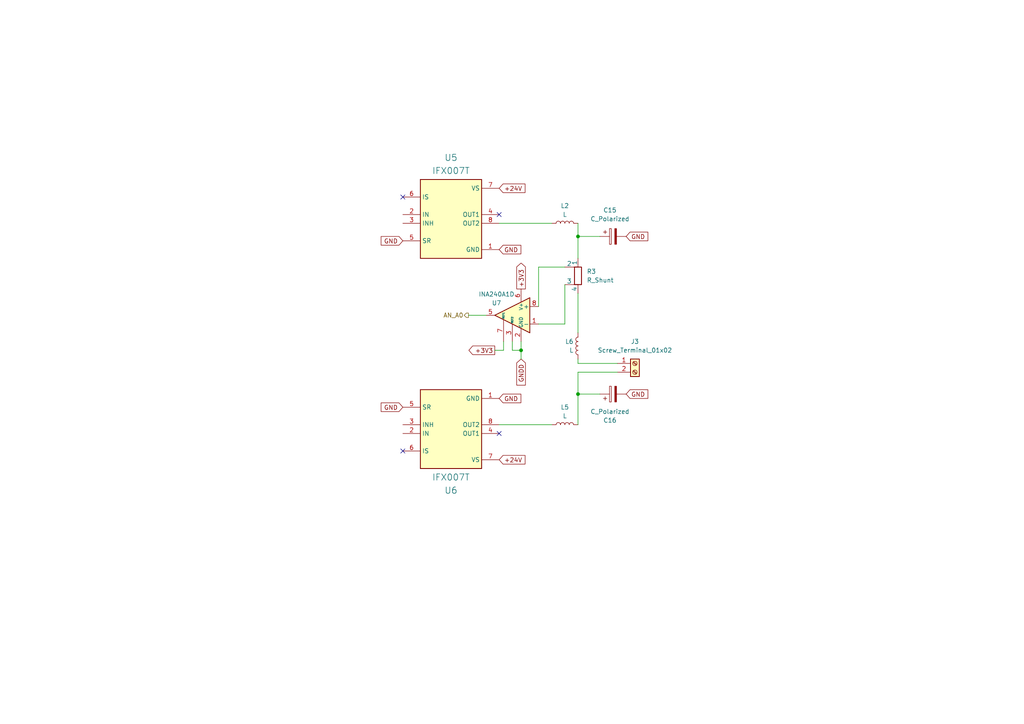
<source format=kicad_sch>
(kicad_sch
	(version 20250114)
	(generator "eeschema")
	(generator_version "9.0")
	(uuid "ec9f383a-2ea8-4ec4-993f-2d7e1568bba3")
	(paper "A4")
	(lib_symbols
		(symbol "Amplifier_Current:INA240A1D"
			(pin_names
				(offset 0.127)
			)
			(exclude_from_sim no)
			(in_bom yes)
			(on_board yes)
			(property "Reference" "U"
				(at 3.81 3.81 0)
				(effects
					(font
						(size 1.27 1.27)
					)
					(justify left)
				)
			)
			(property "Value" "INA240A1D"
				(at 3.81 -2.54 0)
				(effects
					(font
						(size 1.27 1.27)
					)
					(justify left)
				)
			)
			(property "Footprint" "Package_SO:SOIC-8_3.9x4.9mm_P1.27mm"
				(at 0 -16.51 0)
				(effects
					(font
						(size 1.27 1.27)
					)
					(hide yes)
				)
			)
			(property "Datasheet" "http://www.ti.com/lit/ds/symlink/ina240.pdf"
				(at 3.81 3.81 0)
				(effects
					(font
						(size 1.27 1.27)
					)
					(hide yes)
				)
			)
			(property "Description" "High- and Low-Side, Bidirectional, Zero-Drift, Current-Sense Amplifier With Enhanced PWM Rejection, 20V/V, SOIC-8"
				(at 0 0 0)
				(effects
					(font
						(size 1.27 1.27)
					)
					(hide yes)
				)
			)
			(property "ki_keywords" "current monitor shunt sensor bidirectional high low"
				(at 0 0 0)
				(effects
					(font
						(size 1.27 1.27)
					)
					(hide yes)
				)
			)
			(property "ki_fp_filters" "SOIC*3.9x4.9mm*P1.27mm*"
				(at 0 0 0)
				(effects
					(font
						(size 1.27 1.27)
					)
					(hide yes)
				)
			)
			(symbol "INA240A1D_0_1"
				(polyline
					(pts
						(xy 5.08 0) (xy -5.08 5.08) (xy -5.08 -5.08) (xy 5.08 0)
					)
					(stroke
						(width 0.254)
						(type default)
					)
					(fill
						(type background)
					)
				)
			)
			(symbol "INA240A1D_1_1"
				(pin input line
					(at -7.62 2.54 0)
					(length 2.54)
					(name "+"
						(effects
							(font
								(size 1.27 1.27)
							)
						)
					)
					(number "8"
						(effects
							(font
								(size 1.27 1.27)
							)
						)
					)
				)
				(pin input line
					(at -7.62 -2.54 0)
					(length 2.54)
					(name "-"
						(effects
							(font
								(size 1.27 1.27)
							)
						)
					)
					(number "1"
						(effects
							(font
								(size 1.27 1.27)
							)
						)
					)
				)
				(pin power_in line
					(at -2.54 7.62 270)
					(length 3.81)
					(name "V+"
						(effects
							(font
								(size 1.016 1.016)
							)
						)
					)
					(number "6"
						(effects
							(font
								(size 1.27 1.27)
							)
						)
					)
				)
				(pin power_in line
					(at -2.54 -7.62 90)
					(length 3.81)
					(name "GND"
						(effects
							(font
								(size 1.016 1.016)
							)
						)
					)
					(number "2"
						(effects
							(font
								(size 1.27 1.27)
							)
						)
					)
				)
				(pin passive line
					(at -2.54 -7.62 90)
					(length 3.81)
					(hide yes)
					(name "GND"
						(effects
							(font
								(size 1.016 1.016)
							)
						)
					)
					(number "4"
						(effects
							(font
								(size 1.27 1.27)
							)
						)
					)
				)
				(pin passive line
					(at 0 -7.62 90)
					(length 5.08)
					(name "REF2"
						(effects
							(font
								(size 0.508 0.508)
							)
						)
					)
					(number "3"
						(effects
							(font
								(size 1.27 1.27)
							)
						)
					)
				)
				(pin passive line
					(at 2.54 -7.62 90)
					(length 6.35)
					(name "REF1"
						(effects
							(font
								(size 0.508 0.508)
							)
						)
					)
					(number "7"
						(effects
							(font
								(size 1.27 1.27)
							)
						)
					)
				)
				(pin output line
					(at 7.62 0 180)
					(length 2.54)
					(name "~"
						(effects
							(font
								(size 1.27 1.27)
							)
						)
					)
					(number "5"
						(effects
							(font
								(size 1.27 1.27)
							)
						)
					)
				)
			)
			(embedded_fonts no)
		)
		(symbol "Connector:Screw_Terminal_01x02"
			(pin_names
				(offset 1.016)
				(hide yes)
			)
			(exclude_from_sim no)
			(in_bom yes)
			(on_board yes)
			(property "Reference" "J"
				(at 0 2.54 0)
				(effects
					(font
						(size 1.27 1.27)
					)
				)
			)
			(property "Value" "Screw_Terminal_01x02"
				(at 0 -5.08 0)
				(effects
					(font
						(size 1.27 1.27)
					)
				)
			)
			(property "Footprint" ""
				(at 0 0 0)
				(effects
					(font
						(size 1.27 1.27)
					)
					(hide yes)
				)
			)
			(property "Datasheet" "~"
				(at 0 0 0)
				(effects
					(font
						(size 1.27 1.27)
					)
					(hide yes)
				)
			)
			(property "Description" "Generic screw terminal, single row, 01x02, script generated (kicad-library-utils/schlib/autogen/connector/)"
				(at 0 0 0)
				(effects
					(font
						(size 1.27 1.27)
					)
					(hide yes)
				)
			)
			(property "ki_keywords" "screw terminal"
				(at 0 0 0)
				(effects
					(font
						(size 1.27 1.27)
					)
					(hide yes)
				)
			)
			(property "ki_fp_filters" "TerminalBlock*:*"
				(at 0 0 0)
				(effects
					(font
						(size 1.27 1.27)
					)
					(hide yes)
				)
			)
			(symbol "Screw_Terminal_01x02_1_1"
				(rectangle
					(start -1.27 1.27)
					(end 1.27 -3.81)
					(stroke
						(width 0.254)
						(type default)
					)
					(fill
						(type background)
					)
				)
				(polyline
					(pts
						(xy -0.5334 0.3302) (xy 0.3302 -0.508)
					)
					(stroke
						(width 0.1524)
						(type default)
					)
					(fill
						(type none)
					)
				)
				(polyline
					(pts
						(xy -0.5334 -2.2098) (xy 0.3302 -3.048)
					)
					(stroke
						(width 0.1524)
						(type default)
					)
					(fill
						(type none)
					)
				)
				(polyline
					(pts
						(xy -0.3556 0.508) (xy 0.508 -0.3302)
					)
					(stroke
						(width 0.1524)
						(type default)
					)
					(fill
						(type none)
					)
				)
				(polyline
					(pts
						(xy -0.3556 -2.032) (xy 0.508 -2.8702)
					)
					(stroke
						(width 0.1524)
						(type default)
					)
					(fill
						(type none)
					)
				)
				(circle
					(center 0 0)
					(radius 0.635)
					(stroke
						(width 0.1524)
						(type default)
					)
					(fill
						(type none)
					)
				)
				(circle
					(center 0 -2.54)
					(radius 0.635)
					(stroke
						(width 0.1524)
						(type default)
					)
					(fill
						(type none)
					)
				)
				(pin passive line
					(at -5.08 0 0)
					(length 3.81)
					(name "Pin_1"
						(effects
							(font
								(size 1.27 1.27)
							)
						)
					)
					(number "1"
						(effects
							(font
								(size 1.27 1.27)
							)
						)
					)
				)
				(pin passive line
					(at -5.08 -2.54 0)
					(length 3.81)
					(name "Pin_2"
						(effects
							(font
								(size 1.27 1.27)
							)
						)
					)
					(number "2"
						(effects
							(font
								(size 1.27 1.27)
							)
						)
					)
				)
			)
			(embedded_fonts no)
		)
		(symbol "Device:C_Polarized"
			(pin_numbers
				(hide yes)
			)
			(pin_names
				(offset 0.254)
			)
			(exclude_from_sim no)
			(in_bom yes)
			(on_board yes)
			(property "Reference" "C"
				(at 0.635 2.54 0)
				(effects
					(font
						(size 1.27 1.27)
					)
					(justify left)
				)
			)
			(property "Value" "C_Polarized"
				(at 0.635 -2.54 0)
				(effects
					(font
						(size 1.27 1.27)
					)
					(justify left)
				)
			)
			(property "Footprint" ""
				(at 0.9652 -3.81 0)
				(effects
					(font
						(size 1.27 1.27)
					)
					(hide yes)
				)
			)
			(property "Datasheet" "~"
				(at 0 0 0)
				(effects
					(font
						(size 1.27 1.27)
					)
					(hide yes)
				)
			)
			(property "Description" "Polarized capacitor"
				(at 0 0 0)
				(effects
					(font
						(size 1.27 1.27)
					)
					(hide yes)
				)
			)
			(property "ki_keywords" "cap capacitor"
				(at 0 0 0)
				(effects
					(font
						(size 1.27 1.27)
					)
					(hide yes)
				)
			)
			(property "ki_fp_filters" "CP_*"
				(at 0 0 0)
				(effects
					(font
						(size 1.27 1.27)
					)
					(hide yes)
				)
			)
			(symbol "C_Polarized_0_1"
				(rectangle
					(start -2.286 0.508)
					(end 2.286 1.016)
					(stroke
						(width 0)
						(type default)
					)
					(fill
						(type none)
					)
				)
				(polyline
					(pts
						(xy -1.778 2.286) (xy -0.762 2.286)
					)
					(stroke
						(width 0)
						(type default)
					)
					(fill
						(type none)
					)
				)
				(polyline
					(pts
						(xy -1.27 2.794) (xy -1.27 1.778)
					)
					(stroke
						(width 0)
						(type default)
					)
					(fill
						(type none)
					)
				)
				(rectangle
					(start 2.286 -0.508)
					(end -2.286 -1.016)
					(stroke
						(width 0)
						(type default)
					)
					(fill
						(type outline)
					)
				)
			)
			(symbol "C_Polarized_1_1"
				(pin passive line
					(at 0 3.81 270)
					(length 2.794)
					(name "~"
						(effects
							(font
								(size 1.27 1.27)
							)
						)
					)
					(number "1"
						(effects
							(font
								(size 1.27 1.27)
							)
						)
					)
				)
				(pin passive line
					(at 0 -3.81 90)
					(length 2.794)
					(name "~"
						(effects
							(font
								(size 1.27 1.27)
							)
						)
					)
					(number "2"
						(effects
							(font
								(size 1.27 1.27)
							)
						)
					)
				)
			)
			(embedded_fonts no)
		)
		(symbol "Device:L"
			(pin_numbers
				(hide yes)
			)
			(pin_names
				(offset 1.016)
				(hide yes)
			)
			(exclude_from_sim no)
			(in_bom yes)
			(on_board yes)
			(property "Reference" "L"
				(at -1.27 0 90)
				(effects
					(font
						(size 1.27 1.27)
					)
				)
			)
			(property "Value" "L"
				(at 1.905 0 90)
				(effects
					(font
						(size 1.27 1.27)
					)
				)
			)
			(property "Footprint" ""
				(at 0 0 0)
				(effects
					(font
						(size 1.27 1.27)
					)
					(hide yes)
				)
			)
			(property "Datasheet" "~"
				(at 0 0 0)
				(effects
					(font
						(size 1.27 1.27)
					)
					(hide yes)
				)
			)
			(property "Description" "Inductor"
				(at 0 0 0)
				(effects
					(font
						(size 1.27 1.27)
					)
					(hide yes)
				)
			)
			(property "ki_keywords" "inductor choke coil reactor magnetic"
				(at 0 0 0)
				(effects
					(font
						(size 1.27 1.27)
					)
					(hide yes)
				)
			)
			(property "ki_fp_filters" "Choke_* *Coil* Inductor_* L_*"
				(at 0 0 0)
				(effects
					(font
						(size 1.27 1.27)
					)
					(hide yes)
				)
			)
			(symbol "L_0_1"
				(arc
					(start 0 2.54)
					(mid 0.6323 1.905)
					(end 0 1.27)
					(stroke
						(width 0)
						(type default)
					)
					(fill
						(type none)
					)
				)
				(arc
					(start 0 1.27)
					(mid 0.6323 0.635)
					(end 0 0)
					(stroke
						(width 0)
						(type default)
					)
					(fill
						(type none)
					)
				)
				(arc
					(start 0 0)
					(mid 0.6323 -0.635)
					(end 0 -1.27)
					(stroke
						(width 0)
						(type default)
					)
					(fill
						(type none)
					)
				)
				(arc
					(start 0 -1.27)
					(mid 0.6323 -1.905)
					(end 0 -2.54)
					(stroke
						(width 0)
						(type default)
					)
					(fill
						(type none)
					)
				)
			)
			(symbol "L_1_1"
				(pin passive line
					(at 0 3.81 270)
					(length 1.27)
					(name "1"
						(effects
							(font
								(size 1.27 1.27)
							)
						)
					)
					(number "1"
						(effects
							(font
								(size 1.27 1.27)
							)
						)
					)
				)
				(pin passive line
					(at 0 -3.81 90)
					(length 1.27)
					(name "2"
						(effects
							(font
								(size 1.27 1.27)
							)
						)
					)
					(number "2"
						(effects
							(font
								(size 1.27 1.27)
							)
						)
					)
				)
			)
			(embedded_fonts no)
		)
		(symbol "Device:R_Shunt"
			(pin_numbers
				(hide yes)
			)
			(pin_names
				(offset 0)
			)
			(exclude_from_sim no)
			(in_bom yes)
			(on_board yes)
			(property "Reference" "R"
				(at -4.445 0 90)
				(effects
					(font
						(size 1.27 1.27)
					)
				)
			)
			(property "Value" "R_Shunt"
				(at -2.54 0 90)
				(effects
					(font
						(size 1.27 1.27)
					)
				)
			)
			(property "Footprint" ""
				(at -1.778 0 90)
				(effects
					(font
						(size 1.27 1.27)
					)
					(hide yes)
				)
			)
			(property "Datasheet" "~"
				(at 0 0 0)
				(effects
					(font
						(size 1.27 1.27)
					)
					(hide yes)
				)
			)
			(property "Description" "Shunt resistor"
				(at 0 0 0)
				(effects
					(font
						(size 1.27 1.27)
					)
					(hide yes)
				)
			)
			(property "ki_keywords" "R res shunt resistor"
				(at 0 0 0)
				(effects
					(font
						(size 1.27 1.27)
					)
					(hide yes)
				)
			)
			(property "ki_fp_filters" "R_*Shunt*"
				(at 0 0 0)
				(effects
					(font
						(size 1.27 1.27)
					)
					(hide yes)
				)
			)
			(symbol "R_Shunt_0_1"
				(rectangle
					(start -1.016 -2.54)
					(end 1.016 2.54)
					(stroke
						(width 0.254)
						(type default)
					)
					(fill
						(type none)
					)
				)
				(polyline
					(pts
						(xy 0 -2.54) (xy 1.27 -2.54)
					)
					(stroke
						(width 0)
						(type default)
					)
					(fill
						(type none)
					)
				)
				(polyline
					(pts
						(xy 1.27 2.54) (xy 0 2.54)
					)
					(stroke
						(width 0)
						(type default)
					)
					(fill
						(type none)
					)
				)
			)
			(symbol "R_Shunt_1_1"
				(pin passive line
					(at 0 5.08 270)
					(length 2.54)
					(name "1"
						(effects
							(font
								(size 1.27 1.27)
							)
						)
					)
					(number "1"
						(effects
							(font
								(size 1.27 1.27)
							)
						)
					)
				)
				(pin passive line
					(at 0 -5.08 90)
					(length 2.54)
					(name "4"
						(effects
							(font
								(size 1.27 1.27)
							)
						)
					)
					(number "4"
						(effects
							(font
								(size 1.27 1.27)
							)
						)
					)
				)
				(pin passive line
					(at 3.81 2.54 180)
					(length 2.54)
					(name "2"
						(effects
							(font
								(size 1.27 1.27)
							)
						)
					)
					(number "2"
						(effects
							(font
								(size 1.27 1.27)
							)
						)
					)
				)
				(pin passive line
					(at 3.81 -2.54 180)
					(length 2.54)
					(name "3"
						(effects
							(font
								(size 1.27 1.27)
							)
						)
					)
					(number "3"
						(effects
							(font
								(size 1.27 1.27)
							)
						)
					)
				)
			)
			(embedded_fonts no)
		)
		(symbol "IFX007T:IFX007T"
			(exclude_from_sim no)
			(in_bom yes)
			(on_board yes)
			(property "Reference" "U"
				(at 0 0 0)
				(effects
					(font
						(size 1.8288 1.8288)
					)
				)
			)
			(property "Value" "IFX007T"
				(at 0 -25.4 0)
				(effects
					(font
						(size 1.8288 1.8288)
					)
					(justify left bottom)
				)
			)
			(property "Footprint" ""
				(at 0 0 0)
				(effects
					(font
						(size 1.27 1.27)
					)
					(hide yes)
				)
			)
			(property "Datasheet" ""
				(at 0 0 0)
				(effects
					(font
						(size 1.27 1.27)
					)
					(hide yes)
				)
			)
			(property "Description" "High Current PN Half Bridge NovalithIC"
				(at 0 0 0)
				(effects
					(font
						(size 1.27 1.27)
					)
					(hide yes)
				)
			)
			(property "PackageReference" "PG-TO263-7-1"
				(at -5.588 -27.94 0)
				(effects
					(font
						(size 1.8288 1.8288)
					)
					(justify left bottom)
					(hide yes)
				)
			)
			(property "Manufacturer Order Number" "IFX007T"
				(at -5.588 -27.94 0)
				(effects
					(font
						(size 1.8288 1.8288)
					)
					(justify left bottom)
					(hide yes)
				)
			)
			(property "Manufacturer" "Infineon Technologies"
				(at -5.588 -27.94 0)
				(effects
					(font
						(size 1.8288 1.8288)
					)
					(justify left bottom)
					(hide yes)
				)
			)
			(symbol "IFX007T_1_0"
				(rectangle
					(start 17.78 0)
					(end 0 -22.86)
					(stroke
						(width 0.254)
						(type solid)
						(color 128 0 0 1)
					)
					(fill
						(type background)
					)
				)
				(pin output line
					(at -5.08 -5.08 0)
					(length 5.08)
					(name "IS"
						(effects
							(font
								(size 1.27 1.27)
							)
						)
					)
					(number "6"
						(effects
							(font
								(size 1.27 1.27)
							)
						)
					)
				)
				(pin input line
					(at -5.08 -10.16 0)
					(length 5.08)
					(name "IN"
						(effects
							(font
								(size 1.27 1.27)
							)
						)
					)
					(number "2"
						(effects
							(font
								(size 1.27 1.27)
							)
						)
					)
				)
				(pin input line
					(at -5.08 -12.7 0)
					(length 5.08)
					(name "INH"
						(effects
							(font
								(size 1.27 1.27)
							)
						)
					)
					(number "3"
						(effects
							(font
								(size 1.27 1.27)
							)
						)
					)
				)
				(pin input line
					(at -5.08 -17.78 0)
					(length 5.08)
					(name "SR"
						(effects
							(font
								(size 1.27 1.27)
							)
						)
					)
					(number "5"
						(effects
							(font
								(size 1.27 1.27)
							)
						)
					)
				)
				(pin power_in line
					(at 22.86 -2.54 180)
					(length 5.08)
					(name "VS"
						(effects
							(font
								(size 1.27 1.27)
							)
						)
					)
					(number "7"
						(effects
							(font
								(size 1.27 1.27)
							)
						)
					)
				)
				(pin output line
					(at 22.86 -10.16 180)
					(length 5.08)
					(name "OUT1"
						(effects
							(font
								(size 1.27 1.27)
							)
						)
					)
					(number "4"
						(effects
							(font
								(size 1.27 1.27)
							)
						)
					)
				)
				(pin output line
					(at 22.86 -12.7 180)
					(length 5.08)
					(name "OUT2"
						(effects
							(font
								(size 1.27 1.27)
							)
						)
					)
					(number "8"
						(effects
							(font
								(size 1.27 1.27)
							)
						)
					)
				)
				(pin power_in line
					(at 22.86 -20.32 180)
					(length 5.08)
					(name "GND"
						(effects
							(font
								(size 1.27 1.27)
							)
						)
					)
					(number "1"
						(effects
							(font
								(size 1.27 1.27)
							)
						)
					)
				)
			)
			(embedded_fonts no)
		)
	)
	(junction
		(at 167.64 114.3)
		(diameter 0)
		(color 0 0 0 0)
		(uuid "42beb3c5-c715-4a9b-a04f-e3065403a82a")
	)
	(junction
		(at 151.13 101.6)
		(diameter 0)
		(color 0 0 0 0)
		(uuid "a55244b3-43ec-457c-b098-ad8bf5916895")
	)
	(junction
		(at 167.64 68.58)
		(diameter 0)
		(color 0 0 0 0)
		(uuid "aee4a5c9-a48c-4ae5-a942-de199d3cfa24")
	)
	(no_connect
		(at 144.78 125.73)
		(uuid "1708d709-0815-4587-82b2-9d08b3a10ca7")
	)
	(no_connect
		(at 144.78 62.23)
		(uuid "28153382-fd76-4f24-806e-64066c950a96")
	)
	(no_connect
		(at 116.84 57.15)
		(uuid "971091bd-08ff-433b-aba8-fbfe5d30c603")
	)
	(no_connect
		(at 116.84 130.81)
		(uuid "afbca4e2-b351-4d70-8f20-303ef76de0bd")
	)
	(wire
		(pts
			(xy 167.64 85.09) (xy 167.64 96.52)
		)
		(stroke
			(width 0)
			(type default)
		)
		(uuid "13d0dfed-72c9-4ca2-b9cd-c5dbbade428f")
	)
	(wire
		(pts
			(xy 163.83 93.98) (xy 163.83 82.55)
		)
		(stroke
			(width 0)
			(type default)
		)
		(uuid "17a27bb4-9868-4f56-be8e-dae3706ba802")
	)
	(wire
		(pts
			(xy 151.13 104.14) (xy 151.13 101.6)
		)
		(stroke
			(width 0)
			(type default)
		)
		(uuid "2b989868-d49a-4770-b87f-bdd5e5cf2a2a")
	)
	(wire
		(pts
			(xy 135.89 91.44) (xy 140.97 91.44)
		)
		(stroke
			(width 0)
			(type default)
		)
		(uuid "4570ea23-dd6d-4ec6-817b-c5276b2be3c2")
	)
	(wire
		(pts
			(xy 156.21 77.47) (xy 163.83 77.47)
		)
		(stroke
			(width 0)
			(type default)
		)
		(uuid "459886fb-ada0-4998-9a4c-cfd95c04d170")
	)
	(wire
		(pts
			(xy 160.02 64.77) (xy 144.78 64.77)
		)
		(stroke
			(width 0)
			(type default)
		)
		(uuid "45b1e3e7-75f3-4fcc-8268-9300cc98e981")
	)
	(wire
		(pts
			(xy 156.21 88.9) (xy 156.21 77.47)
		)
		(stroke
			(width 0)
			(type default)
		)
		(uuid "4ca36ffe-5019-497e-bead-85e37a2b26f2")
	)
	(wire
		(pts
			(xy 167.64 68.58) (xy 167.64 74.93)
		)
		(stroke
			(width 0)
			(type default)
		)
		(uuid "5b87081e-a1c3-4c68-9ef2-136a3961bab0")
	)
	(wire
		(pts
			(xy 167.64 107.95) (xy 179.07 107.95)
		)
		(stroke
			(width 0)
			(type default)
		)
		(uuid "701c7e94-1ce8-473e-9e6f-9d38e26e34ed")
	)
	(wire
		(pts
			(xy 146.05 101.6) (xy 143.51 101.6)
		)
		(stroke
			(width 0)
			(type default)
		)
		(uuid "8e875c14-2a24-444c-9bf2-838ff9fbfadd")
	)
	(wire
		(pts
			(xy 167.64 107.95) (xy 167.64 114.3)
		)
		(stroke
			(width 0)
			(type default)
		)
		(uuid "908a20d8-57f5-4cb8-8f5a-fd8c7268a0fa")
	)
	(wire
		(pts
			(xy 173.99 68.58) (xy 167.64 68.58)
		)
		(stroke
			(width 0)
			(type default)
		)
		(uuid "94791863-beb9-47c8-b10c-5b8c6546ca65")
	)
	(wire
		(pts
			(xy 160.02 123.19) (xy 144.78 123.19)
		)
		(stroke
			(width 0)
			(type default)
		)
		(uuid "9857c347-c2be-481a-bd13-6592ef1e5c29")
	)
	(wire
		(pts
			(xy 173.99 114.3) (xy 167.64 114.3)
		)
		(stroke
			(width 0)
			(type default)
		)
		(uuid "987a67e5-42e2-499e-a586-25398fbbe181")
	)
	(wire
		(pts
			(xy 146.05 99.06) (xy 146.05 101.6)
		)
		(stroke
			(width 0)
			(type default)
		)
		(uuid "a69d75ee-a738-488d-97c1-244e2dba1460")
	)
	(wire
		(pts
			(xy 167.64 114.3) (xy 167.64 123.19)
		)
		(stroke
			(width 0)
			(type default)
		)
		(uuid "adb51ee8-9206-481c-b5a8-8634a50f5a97")
	)
	(wire
		(pts
			(xy 167.64 104.14) (xy 167.64 105.41)
		)
		(stroke
			(width 0)
			(type default)
		)
		(uuid "bd81c89f-58ac-454d-9e7f-1895735ce0e8")
	)
	(wire
		(pts
			(xy 148.59 101.6) (xy 151.13 101.6)
		)
		(stroke
			(width 0)
			(type default)
		)
		(uuid "c1cf9e0f-405c-47e6-b07e-b4f8cfb5529d")
	)
	(wire
		(pts
			(xy 167.64 64.77) (xy 167.64 68.58)
		)
		(stroke
			(width 0)
			(type default)
		)
		(uuid "c5115c19-3aa5-47a2-88e6-9a9fe13a6f44")
	)
	(wire
		(pts
			(xy 156.21 93.98) (xy 163.83 93.98)
		)
		(stroke
			(width 0)
			(type default)
		)
		(uuid "c8a17ed2-ab0d-4fa0-83dd-992b26d49305")
	)
	(wire
		(pts
			(xy 148.59 99.06) (xy 148.59 101.6)
		)
		(stroke
			(width 0)
			(type default)
		)
		(uuid "ebdf38ba-fd7d-4b4a-8a44-f8be227f686a")
	)
	(wire
		(pts
			(xy 151.13 101.6) (xy 151.13 99.06)
		)
		(stroke
			(width 0)
			(type default)
		)
		(uuid "fd0f0217-75a5-4f68-9eee-feb08ee3027f")
	)
	(wire
		(pts
			(xy 167.64 105.41) (xy 179.07 105.41)
		)
		(stroke
			(width 0)
			(type default)
		)
		(uuid "fe94769a-c176-4d7d-aeff-c5057c94125c")
	)
	(global_label "+3V3"
		(shape output)
		(at 143.51 101.6 180)
		(fields_autoplaced yes)
		(effects
			(font
				(size 1.27 1.27)
			)
			(justify right)
		)
		(uuid "0f9d43e7-2008-419c-89ee-bc633b6fe3d0")
		(property "Intersheetrefs" "${INTERSHEET_REFS}"
			(at 135.4448 101.6 0)
			(effects
				(font
					(size 1.27 1.27)
				)
				(justify right)
				(hide yes)
			)
		)
	)
	(global_label "+24V"
		(shape input)
		(at 144.78 133.35 0)
		(fields_autoplaced yes)
		(effects
			(font
				(size 1.27 1.27)
			)
			(justify left)
		)
		(uuid "73a8ad8e-e946-4379-9766-bb0fd3567716")
		(property "Intersheetrefs" "${INTERSHEET_REFS}"
			(at 152.8452 133.35 0)
			(effects
				(font
					(size 1.27 1.27)
				)
				(justify left)
				(hide yes)
			)
		)
	)
	(global_label "GNDD"
		(shape input)
		(at 151.13 104.14 270)
		(fields_autoplaced yes)
		(effects
			(font
				(size 1.27 1.27)
			)
			(justify right)
		)
		(uuid "7b59728f-04f3-47d4-9344-714a112ec308")
		(property "Intersheetrefs" "${INTERSHEET_REFS}"
			(at 151.13 112.2657 90)
			(effects
				(font
					(size 1.27 1.27)
				)
				(justify right)
				(hide yes)
			)
		)
	)
	(global_label "+3V3"
		(shape output)
		(at 151.13 83.82 90)
		(fields_autoplaced yes)
		(effects
			(font
				(size 1.27 1.27)
			)
			(justify left)
		)
		(uuid "94697c63-161c-47f6-8e21-051e1393c11b")
		(property "Intersheetrefs" "${INTERSHEET_REFS}"
			(at 151.13 75.7548 90)
			(effects
				(font
					(size 1.27 1.27)
				)
				(justify left)
				(hide yes)
			)
		)
	)
	(global_label "GND"
		(shape input)
		(at 181.61 68.58 0)
		(fields_autoplaced yes)
		(effects
			(font
				(size 1.27 1.27)
			)
			(justify left)
		)
		(uuid "978bd82d-5a68-4e6d-bd84-479fde7c6db1")
		(property "Intersheetrefs" "${INTERSHEET_REFS}"
			(at 188.4657 68.58 0)
			(effects
				(font
					(size 1.27 1.27)
				)
				(justify left)
				(hide yes)
			)
		)
	)
	(global_label "GND"
		(shape input)
		(at 181.61 114.3 0)
		(fields_autoplaced yes)
		(effects
			(font
				(size 1.27 1.27)
			)
			(justify left)
		)
		(uuid "a6c4db9f-d773-44c6-8144-3df8fd9c88c5")
		(property "Intersheetrefs" "${INTERSHEET_REFS}"
			(at 188.4657 114.3 0)
			(effects
				(font
					(size 1.27 1.27)
				)
				(justify left)
				(hide yes)
			)
		)
	)
	(global_label "GND"
		(shape input)
		(at 144.78 115.57 0)
		(fields_autoplaced yes)
		(effects
			(font
				(size 1.27 1.27)
			)
			(justify left)
		)
		(uuid "ae635f83-7adb-41b9-920a-902b299b9b31")
		(property "Intersheetrefs" "${INTERSHEET_REFS}"
			(at 151.6357 115.57 0)
			(effects
				(font
					(size 1.27 1.27)
				)
				(justify left)
				(hide yes)
			)
		)
	)
	(global_label "GND"
		(shape input)
		(at 144.78 72.39 0)
		(fields_autoplaced yes)
		(effects
			(font
				(size 1.27 1.27)
			)
			(justify left)
		)
		(uuid "d6866f91-3fff-4661-b46a-b73f8fd2d952")
		(property "Intersheetrefs" "${INTERSHEET_REFS}"
			(at 151.6357 72.39 0)
			(effects
				(font
					(size 1.27 1.27)
				)
				(justify left)
				(hide yes)
			)
		)
	)
	(global_label "GND"
		(shape input)
		(at 116.84 118.11 180)
		(fields_autoplaced yes)
		(effects
			(font
				(size 1.27 1.27)
			)
			(justify right)
		)
		(uuid "d6e5766b-bf40-4bdc-b7ce-7212eb70c45c")
		(property "Intersheetrefs" "${INTERSHEET_REFS}"
			(at 109.9843 118.11 0)
			(effects
				(font
					(size 1.27 1.27)
				)
				(justify right)
				(hide yes)
			)
		)
	)
	(global_label "+24V"
		(shape input)
		(at 144.78 54.61 0)
		(fields_autoplaced yes)
		(effects
			(font
				(size 1.27 1.27)
			)
			(justify left)
		)
		(uuid "dcee6f07-0e81-4769-ae7c-e13a2fcb09d9")
		(property "Intersheetrefs" "${INTERSHEET_REFS}"
			(at 152.8452 54.61 0)
			(effects
				(font
					(size 1.27 1.27)
				)
				(justify left)
				(hide yes)
			)
		)
	)
	(global_label "GND"
		(shape input)
		(at 116.84 69.85 180)
		(fields_autoplaced yes)
		(effects
			(font
				(size 1.27 1.27)
			)
			(justify right)
		)
		(uuid "f0cbd312-e9aa-436a-b262-ec30570dd007")
		(property "Intersheetrefs" "${INTERSHEET_REFS}"
			(at 109.9843 69.85 0)
			(effects
				(font
					(size 1.27 1.27)
				)
				(justify right)
				(hide yes)
			)
		)
	)
	(hierarchical_label "AN_A0"
		(shape output)
		(at 135.89 91.44 180)
		(effects
			(font
				(size 1.27 1.27)
			)
			(justify right)
		)
		(uuid "2efb5dde-5849-467f-ad79-2a7aa1bdb5db")
	)
	(symbol
		(lib_id "Amplifier_Current:INA240A1D")
		(at 148.59 91.44 0)
		(mirror y)
		(unit 1)
		(exclude_from_sim no)
		(in_bom yes)
		(on_board yes)
		(dnp no)
		(uuid "0496397c-3a76-4579-865f-bd3a9f5c49c7")
		(property "Reference" "U7"
			(at 144.018 87.884 0)
			(effects
				(font
					(size 1.27 1.27)
				)
			)
		)
		(property "Value" "INA240A1D"
			(at 144.018 85.344 0)
			(effects
				(font
					(size 1.27 1.27)
				)
			)
		)
		(property "Footprint" "Package_SO:SOIC-8_3.9x4.9mm_P1.27mm"
			(at 148.59 107.95 0)
			(effects
				(font
					(size 1.27 1.27)
				)
				(hide yes)
			)
		)
		(property "Datasheet" "http://www.ti.com/lit/ds/symlink/ina240.pdf"
			(at 144.78 87.63 0)
			(effects
				(font
					(size 1.27 1.27)
				)
				(hide yes)
			)
		)
		(property "Description" "High- and Low-Side, Bidirectional, Zero-Drift, Current-Sense Amplifier With Enhanced PWM Rejection, 20V/V, SOIC-8"
			(at 148.59 91.44 0)
			(effects
				(font
					(size 1.27 1.27)
				)
				(hide yes)
			)
		)
		(pin "4"
			(uuid "68c64ad1-43c0-404c-83ec-6bfde1e00393")
		)
		(pin "1"
			(uuid "cd48d1f2-1262-4bb8-9451-3116881ddc2d")
		)
		(pin "8"
			(uuid "881a9979-c922-4a44-8e91-944f81cd9d4e")
		)
		(pin "3"
			(uuid "22d7eec9-04bd-4c4e-a747-afeabd444d22")
		)
		(pin "5"
			(uuid "73db4239-9a40-42e7-a225-e15af8c62707")
		)
		(pin "7"
			(uuid "70dde84a-3476-4507-b68e-b82f90553ad1")
		)
		(pin "6"
			(uuid "e8be7f91-f16c-4fa6-ac89-17df05d875e5")
		)
		(pin "2"
			(uuid "a69ee74e-839a-42a6-9e89-1955fa086271")
		)
		(instances
			(project "sol_inv"
				(path "/c5b733d3-d844-4c5a-a928-539beea9cfbc/6a3c2477-bac6-437d-a1b0-1dd3029648e3"
					(reference "U7")
					(unit 1)
				)
			)
		)
	)
	(symbol
		(lib_id "Connector:Screw_Terminal_01x02")
		(at 184.15 105.41 0)
		(unit 1)
		(exclude_from_sim no)
		(in_bom yes)
		(on_board yes)
		(dnp no)
		(fields_autoplaced yes)
		(uuid "0c89477b-4c8d-4553-b5b9-96ef542680a2")
		(property "Reference" "J3"
			(at 184.15 99.06 0)
			(effects
				(font
					(size 1.27 1.27)
				)
			)
		)
		(property "Value" "Screw_Terminal_01x02"
			(at 184.15 101.6 0)
			(effects
				(font
					(size 1.27 1.27)
				)
			)
		)
		(property "Footprint" ""
			(at 184.15 105.41 0)
			(effects
				(font
					(size 1.27 1.27)
				)
				(hide yes)
			)
		)
		(property "Datasheet" "~"
			(at 184.15 105.41 0)
			(effects
				(font
					(size 1.27 1.27)
				)
				(hide yes)
			)
		)
		(property "Description" "Generic screw terminal, single row, 01x02, script generated (kicad-library-utils/schlib/autogen/connector/)"
			(at 184.15 105.41 0)
			(effects
				(font
					(size 1.27 1.27)
				)
				(hide yes)
			)
		)
		(pin "1"
			(uuid "ff97ad5b-2ad2-4797-bf6a-625a50d5c299")
		)
		(pin "2"
			(uuid "f3021e86-c7a5-469a-bfaf-316e4331099a")
		)
		(instances
			(project "sol_inv"
				(path "/c5b733d3-d844-4c5a-a928-539beea9cfbc/6a3c2477-bac6-437d-a1b0-1dd3029648e3"
					(reference "J3")
					(unit 1)
				)
			)
		)
	)
	(symbol
		(lib_id "Device:L")
		(at 163.83 64.77 270)
		(mirror x)
		(unit 1)
		(exclude_from_sim no)
		(in_bom yes)
		(on_board yes)
		(dnp no)
		(fields_autoplaced yes)
		(uuid "61ef049d-fbc1-47a8-9fa3-0db3cba7ed64")
		(property "Reference" "L2"
			(at 163.83 59.69 90)
			(effects
				(font
					(size 1.27 1.27)
				)
			)
		)
		(property "Value" "L"
			(at 163.83 62.23 90)
			(effects
				(font
					(size 1.27 1.27)
				)
			)
		)
		(property "Footprint" ""
			(at 163.83 64.77 0)
			(effects
				(font
					(size 1.27 1.27)
				)
				(hide yes)
			)
		)
		(property "Datasheet" "~"
			(at 163.83 64.77 0)
			(effects
				(font
					(size 1.27 1.27)
				)
				(hide yes)
			)
		)
		(property "Description" "Inductor"
			(at 163.83 64.77 0)
			(effects
				(font
					(size 1.27 1.27)
				)
				(hide yes)
			)
		)
		(pin "1"
			(uuid "5520873c-e51f-43ac-95e7-26f28790af9f")
		)
		(pin "2"
			(uuid "b9324e6b-42f4-492e-b32d-a82d57236f21")
		)
		(instances
			(project "sol_inv"
				(path "/c5b733d3-d844-4c5a-a928-539beea9cfbc/6a3c2477-bac6-437d-a1b0-1dd3029648e3"
					(reference "L2")
					(unit 1)
				)
			)
		)
	)
	(symbol
		(lib_id "IFX007T:IFX007T")
		(at 121.92 135.89 0)
		(mirror x)
		(unit 1)
		(exclude_from_sim no)
		(in_bom yes)
		(on_board yes)
		(dnp no)
		(uuid "7097c974-f1ac-4a24-ae6e-e4a79140abf9")
		(property "Reference" "U6"
			(at 130.81 142.24 0)
			(effects
				(font
					(size 1.8288 1.8288)
				)
			)
		)
		(property "Value" "IFX007T"
			(at 130.81 138.43 0)
			(effects
				(font
					(size 1.8288 1.8288)
				)
			)
		)
		(property "Footprint" ""
			(at 121.92 135.89 0)
			(effects
				(font
					(size 1.27 1.27)
				)
				(hide yes)
			)
		)
		(property "Datasheet" ""
			(at 121.92 135.89 0)
			(effects
				(font
					(size 1.27 1.27)
				)
				(hide yes)
			)
		)
		(property "Description" "High Current PN Half Bridge NovalithIC"
			(at 121.92 135.89 0)
			(effects
				(font
					(size 1.27 1.27)
				)
				(hide yes)
			)
		)
		(property "PackageReference" "PG-TO263-7-1"
			(at 116.332 107.95 0)
			(effects
				(font
					(size 1.8288 1.8288)
				)
				(justify left bottom)
				(hide yes)
			)
		)
		(property "Manufacturer Order Number" "IFX007T"
			(at 116.332 107.95 0)
			(effects
				(font
					(size 1.8288 1.8288)
				)
				(justify left bottom)
				(hide yes)
			)
		)
		(property "Manufacturer" "Infineon Technologies"
			(at 116.332 107.95 0)
			(effects
				(font
					(size 1.8288 1.8288)
				)
				(justify left bottom)
				(hide yes)
			)
		)
		(pin "2"
			(uuid "4862bc3f-9407-431b-80d2-d6bbe5be0e69")
		)
		(pin "6"
			(uuid "ad18af1c-5a90-44e4-aebc-1e224713ce80")
		)
		(pin "5"
			(uuid "5ac84a17-b54e-45d7-bb3a-689f87b1f1bc")
		)
		(pin "8"
			(uuid "21698497-f51a-4ad6-af9c-6c74c3ced068")
		)
		(pin "3"
			(uuid "c43413c6-6430-4448-acd0-b54cf20579c1")
		)
		(pin "1"
			(uuid "3172d142-8be4-44ed-913c-911869f18503")
		)
		(pin "7"
			(uuid "cdf90a93-8df8-411c-b0ed-76b08b5e46e2")
		)
		(pin "4"
			(uuid "19b2a14c-1ecb-41f9-b245-7c6c391e35d2")
		)
		(instances
			(project "sol_inv"
				(path "/c5b733d3-d844-4c5a-a928-539beea9cfbc/6a3c2477-bac6-437d-a1b0-1dd3029648e3"
					(reference "U6")
					(unit 1)
				)
			)
		)
	)
	(symbol
		(lib_id "IFX007T:IFX007T")
		(at 121.92 52.07 0)
		(unit 1)
		(exclude_from_sim no)
		(in_bom yes)
		(on_board yes)
		(dnp no)
		(uuid "7ac03c6f-e222-41d7-ac0b-aabc196c54e3")
		(property "Reference" "U5"
			(at 130.81 45.72 0)
			(effects
				(font
					(size 1.8288 1.8288)
				)
			)
		)
		(property "Value" "IFX007T"
			(at 130.81 49.53 0)
			(effects
				(font
					(size 1.8288 1.8288)
				)
			)
		)
		(property "Footprint" ""
			(at 121.92 52.07 0)
			(effects
				(font
					(size 1.27 1.27)
				)
				(hide yes)
			)
		)
		(property "Datasheet" ""
			(at 121.92 52.07 0)
			(effects
				(font
					(size 1.27 1.27)
				)
				(hide yes)
			)
		)
		(property "Description" "High Current PN Half Bridge NovalithIC"
			(at 121.92 52.07 0)
			(effects
				(font
					(size 1.27 1.27)
				)
				(hide yes)
			)
		)
		(property "PackageReference" "PG-TO263-7-1"
			(at 116.332 80.01 0)
			(effects
				(font
					(size 1.8288 1.8288)
				)
				(justify left bottom)
				(hide yes)
			)
		)
		(property "Manufacturer Order Number" "IFX007T"
			(at 116.332 80.01 0)
			(effects
				(font
					(size 1.8288 1.8288)
				)
				(justify left bottom)
				(hide yes)
			)
		)
		(property "Manufacturer" "Infineon Technologies"
			(at 116.332 80.01 0)
			(effects
				(font
					(size 1.8288 1.8288)
				)
				(justify left bottom)
				(hide yes)
			)
		)
		(pin "2"
			(uuid "f96d6932-1b99-4c11-8aa2-58a548e512ce")
		)
		(pin "5"
			(uuid "9b99ca60-b336-4230-8bfd-4a5623cbfb7c")
		)
		(pin "6"
			(uuid "ab656d6b-6a06-44d5-b875-01a83f7df1b1")
		)
		(pin "3"
			(uuid "8fded585-ff94-457a-8676-3dec3aa49e3f")
		)
		(pin "4"
			(uuid "6c4118a0-2c3e-42c3-ad9e-c5fb62f81965")
		)
		(pin "1"
			(uuid "5073ddcc-a847-4157-b069-f3f76dcce917")
		)
		(pin "7"
			(uuid "05899cd7-d512-4adb-b778-f43000ce809d")
		)
		(pin "8"
			(uuid "7e90d9ec-7026-44f1-a102-7a95a4684a11")
		)
		(instances
			(project "sol_inv"
				(path "/c5b733d3-d844-4c5a-a928-539beea9cfbc/6a3c2477-bac6-437d-a1b0-1dd3029648e3"
					(reference "U5")
					(unit 1)
				)
			)
		)
	)
	(symbol
		(lib_id "Device:C_Polarized")
		(at 177.8 114.3 90)
		(unit 1)
		(exclude_from_sim no)
		(in_bom yes)
		(on_board yes)
		(dnp no)
		(fields_autoplaced yes)
		(uuid "7f4100f8-b221-481a-8915-d61455ace12f")
		(property "Reference" "C16"
			(at 176.911 121.92 90)
			(effects
				(font
					(size 1.27 1.27)
				)
			)
		)
		(property "Value" "C_Polarized"
			(at 176.911 119.38 90)
			(effects
				(font
					(size 1.27 1.27)
				)
			)
		)
		(property "Footprint" ""
			(at 181.61 113.3348 0)
			(effects
				(font
					(size 1.27 1.27)
				)
				(hide yes)
			)
		)
		(property "Datasheet" "~"
			(at 177.8 114.3 0)
			(effects
				(font
					(size 1.27 1.27)
				)
				(hide yes)
			)
		)
		(property "Description" "Polarized capacitor"
			(at 177.8 114.3 0)
			(effects
				(font
					(size 1.27 1.27)
				)
				(hide yes)
			)
		)
		(pin "2"
			(uuid "8cc6ecff-46fc-41dd-86e1-49ec27ef53c4")
		)
		(pin "1"
			(uuid "4090b254-38f7-494c-a252-4769b102844b")
		)
		(instances
			(project "sol_inv"
				(path "/c5b733d3-d844-4c5a-a928-539beea9cfbc/6a3c2477-bac6-437d-a1b0-1dd3029648e3"
					(reference "C16")
					(unit 1)
				)
			)
		)
	)
	(symbol
		(lib_id "Device:L")
		(at 167.64 100.33 0)
		(mirror y)
		(unit 1)
		(exclude_from_sim no)
		(in_bom yes)
		(on_board yes)
		(dnp no)
		(fields_autoplaced yes)
		(uuid "b30394b7-6b4b-4a71-8e0d-e88a65cac394")
		(property "Reference" "L6"
			(at 166.37 99.0599 0)
			(effects
				(font
					(size 1.27 1.27)
				)
				(justify left)
			)
		)
		(property "Value" "L"
			(at 166.37 101.5999 0)
			(effects
				(font
					(size 1.27 1.27)
				)
				(justify left)
			)
		)
		(property "Footprint" ""
			(at 167.64 100.33 0)
			(effects
				(font
					(size 1.27 1.27)
				)
				(hide yes)
			)
		)
		(property "Datasheet" "~"
			(at 167.64 100.33 0)
			(effects
				(font
					(size 1.27 1.27)
				)
				(hide yes)
			)
		)
		(property "Description" "Inductor"
			(at 167.64 100.33 0)
			(effects
				(font
					(size 1.27 1.27)
				)
				(hide yes)
			)
		)
		(pin "1"
			(uuid "96e0ef5d-b110-4fc1-a144-c21871db95fc")
		)
		(pin "2"
			(uuid "1d8e2f8d-d693-4f81-bf90-165039590544")
		)
		(instances
			(project "sol_inv"
				(path "/c5b733d3-d844-4c5a-a928-539beea9cfbc/6a3c2477-bac6-437d-a1b0-1dd3029648e3"
					(reference "L6")
					(unit 1)
				)
			)
		)
	)
	(symbol
		(lib_id "Device:L")
		(at 163.83 123.19 270)
		(mirror x)
		(unit 1)
		(exclude_from_sim no)
		(in_bom yes)
		(on_board yes)
		(dnp no)
		(fields_autoplaced yes)
		(uuid "b8f3771e-9a4a-49e8-81e0-53486d816ce1")
		(property "Reference" "L5"
			(at 163.83 118.11 90)
			(effects
				(font
					(size 1.27 1.27)
				)
			)
		)
		(property "Value" "L"
			(at 163.83 120.65 90)
			(effects
				(font
					(size 1.27 1.27)
				)
			)
		)
		(property "Footprint" ""
			(at 163.83 123.19 0)
			(effects
				(font
					(size 1.27 1.27)
				)
				(hide yes)
			)
		)
		(property "Datasheet" "~"
			(at 163.83 123.19 0)
			(effects
				(font
					(size 1.27 1.27)
				)
				(hide yes)
			)
		)
		(property "Description" "Inductor"
			(at 163.83 123.19 0)
			(effects
				(font
					(size 1.27 1.27)
				)
				(hide yes)
			)
		)
		(pin "1"
			(uuid "68308141-97a6-4070-a16e-70694ec465e3")
		)
		(pin "2"
			(uuid "e3828e9f-a1e5-4424-9d76-84b989e2d243")
		)
		(instances
			(project "sol_inv"
				(path "/c5b733d3-d844-4c5a-a928-539beea9cfbc/6a3c2477-bac6-437d-a1b0-1dd3029648e3"
					(reference "L5")
					(unit 1)
				)
			)
		)
	)
	(symbol
		(lib_id "Device:C_Polarized")
		(at 177.8 68.58 90)
		(mirror x)
		(unit 1)
		(exclude_from_sim no)
		(in_bom yes)
		(on_board yes)
		(dnp no)
		(fields_autoplaced yes)
		(uuid "bd7fcdd8-7e6e-4a2a-a987-495febb72a79")
		(property "Reference" "C15"
			(at 176.911 60.96 90)
			(effects
				(font
					(size 1.27 1.27)
				)
			)
		)
		(property "Value" "C_Polarized"
			(at 176.911 63.5 90)
			(effects
				(font
					(size 1.27 1.27)
				)
			)
		)
		(property "Footprint" ""
			(at 181.61 69.5452 0)
			(effects
				(font
					(size 1.27 1.27)
				)
				(hide yes)
			)
		)
		(property "Datasheet" "~"
			(at 177.8 68.58 0)
			(effects
				(font
					(size 1.27 1.27)
				)
				(hide yes)
			)
		)
		(property "Description" "Polarized capacitor"
			(at 177.8 68.58 0)
			(effects
				(font
					(size 1.27 1.27)
				)
				(hide yes)
			)
		)
		(pin "2"
			(uuid "87773878-8880-4db0-a2dd-1f00d5804668")
		)
		(pin "1"
			(uuid "d5a9efa8-9b7c-4b46-8683-a9e0274da609")
		)
		(instances
			(project "sol_inv"
				(path "/c5b733d3-d844-4c5a-a928-539beea9cfbc/6a3c2477-bac6-437d-a1b0-1dd3029648e3"
					(reference "C15")
					(unit 1)
				)
			)
		)
	)
	(symbol
		(lib_id "Device:R_Shunt")
		(at 167.64 80.01 0)
		(mirror y)
		(unit 1)
		(exclude_from_sim no)
		(in_bom yes)
		(on_board yes)
		(dnp no)
		(uuid "dcfba666-33b8-487a-9d34-963f966ed7c8")
		(property "Reference" "R3"
			(at 170.18 78.7399 0)
			(effects
				(font
					(size 1.27 1.27)
				)
				(justify right)
			)
		)
		(property "Value" "R_Shunt"
			(at 170.18 81.2799 0)
			(effects
				(font
					(size 1.27 1.27)
				)
				(justify right)
			)
		)
		(property "Footprint" ""
			(at 169.418 80.01 90)
			(effects
				(font
					(size 1.27 1.27)
				)
				(hide yes)
			)
		)
		(property "Datasheet" "~"
			(at 167.64 80.01 0)
			(effects
				(font
					(size 1.27 1.27)
				)
				(hide yes)
			)
		)
		(property "Description" "Shunt resistor"
			(at 167.64 80.01 0)
			(effects
				(font
					(size 1.27 1.27)
				)
				(hide yes)
			)
		)
		(pin "1"
			(uuid "feb85348-3ea1-42a5-9cbb-3b32344c7436")
		)
		(pin "3"
			(uuid "4315caf1-6709-494a-b119-2e4e834c6cb7")
		)
		(pin "2"
			(uuid "b710adcc-9dbe-4504-b87b-154644931f5d")
		)
		(pin "4"
			(uuid "ae56ab1b-3071-45df-8895-6849087f1594")
		)
		(instances
			(project "sol_inv"
				(path "/c5b733d3-d844-4c5a-a928-539beea9cfbc/6a3c2477-bac6-437d-a1b0-1dd3029648e3"
					(reference "R3")
					(unit 1)
				)
			)
		)
	)
)

</source>
